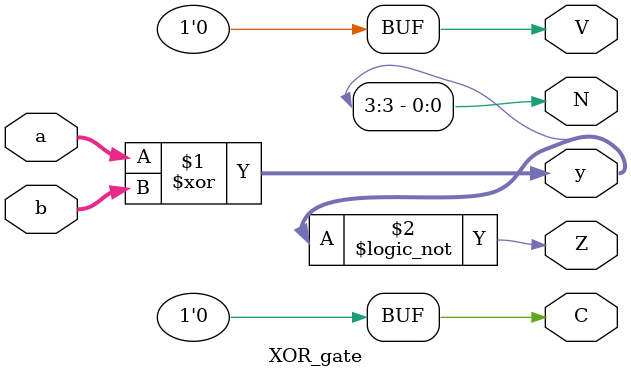
<source format=sv>
module XOR_gate
	#(parameter width = 4)(
	input logic [width-1:0]a,
	input logic [width-1:0]b,
	output logic [width-1:0]y,
	output logic N,
   output logic Z,
   output logic C,
   output logic V
);		

	assign y = a ^ b;
	
	//flags 
	assign N = y[3];       //MSB
	assign Z = (y == 4'd0); //y en cero
	assign C = 1'b0;	//Sin carry
	assign V = 1'b0;        //Sin Overflow
	
endmodule
</source>
